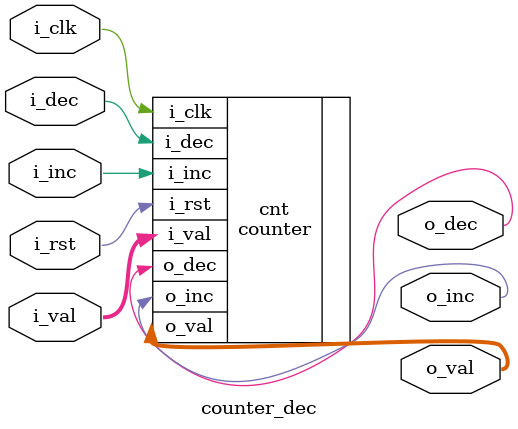
<source format=sv>
`timescale 1ns / 1ps

module counter_dec (
    i_clk,
    i_rst,
    i_val,
    i_inc,
    i_dec,
    o_val,
    o_inc,
    o_dec
    );
    
    input           i_clk;
    input           i_rst;
    input  [3:0]    i_val;
    input           i_inc;
    input           i_dec;
    output [3:0]    o_val;
    output          o_inc;
    output          o_dec;
    
    /// Счетчик
    counter # (
        .p_scale(10)
    )
    cnt (
        .i_clk  (i_clk),
        .i_rst  (i_rst),
        .i_val  (i_val),
        .i_inc  (i_inc),
        .i_dec  (i_dec),
        .o_val  (o_val),
        .o_inc  (o_inc),
        .o_dec  (o_dec)
    );

endmodule

</source>
